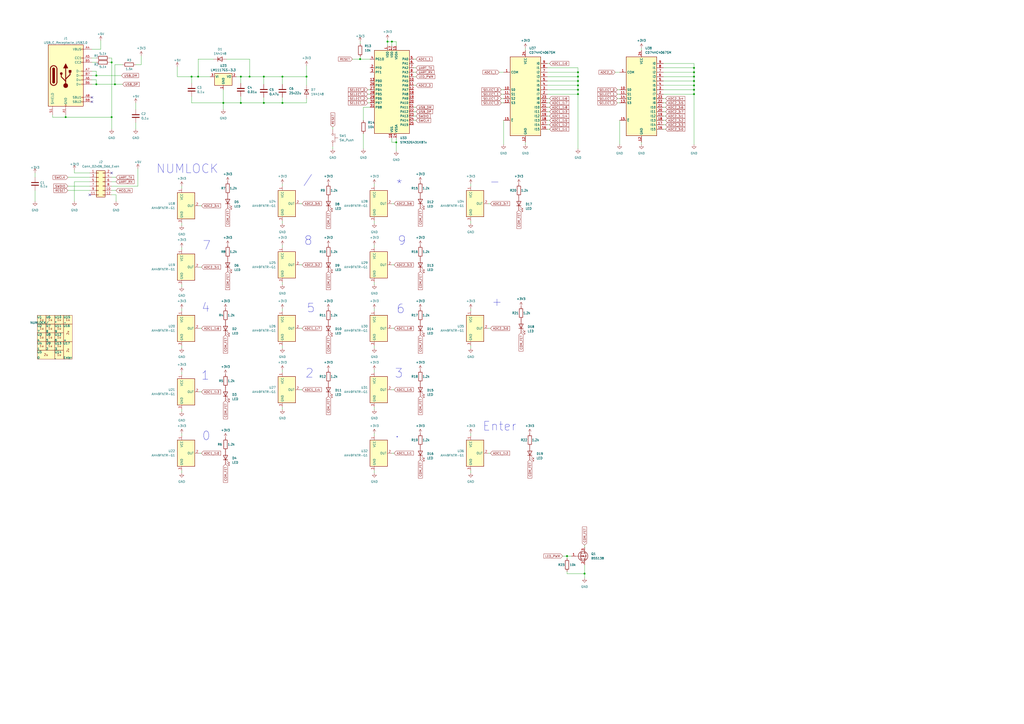
<source format=kicad_sch>
(kicad_sch (version 20250114) (generator "eeschema") (generator_version "9.0")
  (paper "A2")
  (text "0" (at 119.634 252.984 0) (effects (font (size 5.08 5.08))))
  (text "NUMLOCK" (at 108.712 98.044 0) (effects (font (size 5.08 5.08))))
  (text "6" (at 232.41 179.324 0) (effects (font (size 5.08 5.08))))
  (text "+" (at 288.29 175.26 0) (effects (font (size 5.08 5.08))))
  (text "5" (at 180.34 178.816 0) (effects (font (size 5.08 5.08))))
  (text "-" (at 287.02 105.41 0) (effects (font (size 5.08 5.08))))
  (text "3" (at 231.394 216.662 0) (effects (font (size 5.08 5.08))))
  (text "*" (at 231.648 106.934 0) (effects (font (size 5.08 5.08))))
  (text "Enter" (at 289.814 247.396 0) (effects (font (size 5.08 5.08))))
  (text "2" (at 179.578 216.662 0) (effects (font (size 5.08 5.08))))
  (text "8" (at 178.816 139.7 0) (effects (font (size 5.08 5.08))))
  (text "9" (at 233.172 139.7 0) (effects (font (size 5.08 5.08))))
  (text "7" (at 119.888 142.494 0) (effects (font (size 5.08 5.08))))
  (text "/" (at 178.562 104.394 0) (effects (font (size 5.08 5.08))))
  (text "." (at 230.378 251.46 0) (effects (font (size 5.08 5.08))))
  (text "4" (at 119.38 178.562 0) (effects (font (size 5.08 5.08))))
  (text "1" (at 119.126 217.932 0) (effects (font (size 5.08 5.08))))
  (junction (at 335.28 54.61))
  (junction (at 64.77 36.195))
  (junction (at 335.28 46.99))
  (junction (at 328.93 322.58))
  (junction (at 335.28 41.91))
  (junction (at 55.88 43.815))
  (junction (at 64.77 67.945))
  (junction (at 163.83 44.45))
  (junction (at 402.59 39.37))
  (junction (at 114.935 44.45))
  (junction (at 402.59 49.53))
  (junction (at 402.59 44.45))
  (junction (at 402.59 54.61))
  (junction (at 224.79 24.13))
  (junction (at 177.8 44.45))
  (junction (at 139.7 44.45))
  (junction (at 335.28 44.45))
  (junction (at 129.54 59.69))
  (junction (at 402.59 46.99))
  (junction (at 335.28 49.53))
  (junction (at 402.59 52.07))
  (junction (at 144.78 44.45))
  (junction (at 66.675 48.895))
  (junction (at 208.915 34.29))
  (junction (at 139.7 59.69))
  (junction (at 163.83 59.69))
  (junction (at 335.28 52.07))
  (junction (at 229.87 82.55))
  (junction (at 111.125 44.45))
  (junction (at 227.33 24.13))
  (junction (at 55.88 48.895))
  (junction (at 339.09 332.74))
  (junction (at 153.035 44.45))
  (junction (at 38.1 67.945))
  (junction (at 153.035 59.69))
  (junction (at 402.59 41.91))
  (no_connect (at 64.77 100.33))
  (no_connect (at 52.07 113.03))
  (no_connect (at 53.34 56.515))
  (no_connect (at 53.34 59.055))
  (wire (pts (xy 384.81 39.37) (xy 402.59 39.37)))
  (wire (pts (xy 402.59 44.45) (xy 402.59 46.99)))
  (wire (pts (xy 81.915 37.465) (xy 78.74 37.465)))
  (wire (pts (xy 318.77 74.93) (xy 317.5 74.93)))
  (wire (pts (xy 273.05 128.27) (xy 273.05 129.54)))
  (wire (pts (xy 326.39 322.58) (xy 328.93 322.58)))
  (wire (pts (xy 53.34 43.815) (xy 55.88 43.815)))
  (wire (pts (xy 175.26 118.11) (xy 173.99 118.11)))
  (wire (pts (xy 67.31 113.03) (xy 64.77 113.03)))
  (wire (pts (xy 358.14 54.61) (xy 359.41 54.61)))
  (wire (pts (xy 102.87 44.45) (xy 111.125 44.45)))
  (wire (pts (xy 217.17 106.68) (xy 217.17 107.95)))
  (wire (pts (xy 116.84 190.5) (xy 115.57 190.5)))
  (wire (pts (xy 384.81 36.83) (xy 402.59 36.83)))
  (wire (pts (xy 20.32 110.49) (xy 20.32 116.84)))
  (wire (pts (xy 129.54 63.5) (xy 129.54 59.69)))
  (wire (pts (xy 273.05 273.05) (xy 273.05 274.32)))
  (wire (pts (xy 284.48 190.5) (xy 283.21 190.5)))
  (wire (pts (xy 224.79 24.13) (xy 224.79 26.67)))
  (wire (pts (xy 372.11 83.82) (xy 372.11 82.55)))
  (wire (pts (xy 228.6 118.11) (xy 227.33 118.11)))
  (wire (pts (xy 55.88 43.815) (xy 70.485 43.815)))
  (wire (pts (xy 208.915 24.13) (xy 208.915 25.4)))
  (wire (pts (xy 335.28 46.99) (xy 335.28 49.53)))
  (wire (pts (xy 39.37 110.49) (xy 52.07 110.49)))
  (wire (pts (xy 177.8 57.15) (xy 177.8 59.69)))
  (wire (pts (xy 43.18 98.425) (xy 43.18 100.33)))
  (wire (pts (xy 177.8 44.45) (xy 177.8 49.53)))
  (wire (pts (xy 339.09 327.66) (xy 339.09 332.74)))
  (wire (pts (xy 241.3 64.77) (xy 240.03 64.77)))
  (wire (pts (xy 213.36 59.69) (xy 214.63 59.69)))
  (wire (pts (xy 318.77 36.83) (xy 317.5 36.83)))
  (wire (pts (xy 335.28 52.07) (xy 335.28 54.61)))
  (wire (pts (xy 116.84 227.33) (xy 115.57 227.33)))
  (wire (pts (xy 210.82 77.47) (xy 210.82 86.36)))
  (wire (pts (xy 217.17 128.27) (xy 217.17 129.54)))
  (wire (pts (xy 30.48 66.675) (xy 30.48 67.945)))
  (wire (pts (xy 328.93 332.74) (xy 339.09 332.74)))
  (wire (pts (xy 227.33 24.13) (xy 224.79 24.13)))
  (wire (pts (xy 116.84 119.38) (xy 115.57 119.38)))
  (wire (pts (xy 386.08 69.85) (xy 384.81 69.85)))
  (wire (pts (xy 284.48 262.89) (xy 283.21 262.89)))
  (wire (pts (xy 228.6 190.5) (xy 227.33 190.5)))
  (wire (pts (xy 66.675 48.895) (xy 71.12 48.895)))
  (wire (pts (xy 317.5 46.99) (xy 335.28 46.99)))
  (wire (pts (xy 304.8 83.82) (xy 304.8 82.55)))
  (wire (pts (xy 358.14 52.07) (xy 359.41 52.07)))
  (wire (pts (xy 175.26 226.06) (xy 173.99 226.06)))
  (wire (pts (xy 55.88 46.355) (xy 55.88 48.895)))
  (wire (pts (xy 318.77 62.23) (xy 317.5 62.23)))
  (wire (pts (xy 204.47 34.29) (xy 208.915 34.29)))
  (wire (pts (xy 105.41 273.05) (xy 105.41 274.32)))
  (wire (pts (xy 144.78 44.45) (xy 153.035 44.45)))
  (wire (pts (xy 273.05 251.46) (xy 273.05 252.73)))
  (wire (pts (xy 163.83 163.83) (xy 163.83 165.1)))
  (wire (pts (xy 386.08 59.69) (xy 384.81 59.69)))
  (wire (pts (xy 116.84 262.89) (xy 115.57 262.89)))
  (wire (pts (xy 105.41 143.51) (xy 105.41 144.78)))
  (wire (pts (xy 384.81 52.07) (xy 402.59 52.07)))
  (wire (pts (xy 43.18 100.33) (xy 52.07 100.33)))
  (wire (pts (xy 228.6 153.67) (xy 227.33 153.67)))
  (wire (pts (xy 317.5 49.53) (xy 335.28 49.53)))
  (wire (pts (xy 241.3 69.85) (xy 240.03 69.85)))
  (wire (pts (xy 64.77 102.87) (xy 67.31 102.87)))
  (wire (pts (xy 227.33 26.67) (xy 227.33 24.13)))
  (wire (pts (xy 64.77 36.195) (xy 64.77 67.945)))
  (wire (pts (xy 241.3 62.23) (xy 240.03 62.23)))
  (wire (pts (xy 217.17 214.63) (xy 217.17 215.9)))
  (wire (pts (xy 163.83 200.66) (xy 163.83 201.93)))
  (wire (pts (xy 213.36 57.15) (xy 214.63 57.15)))
  (wire (pts (xy 30.48 67.945) (xy 38.1 67.945)))
  (wire (pts (xy 335.28 44.45) (xy 335.28 46.99)))
  (wire (pts (xy 139.7 59.69) (xy 129.54 59.69)))
  (wire (pts (xy 58.42 28.575) (xy 58.42 23.495)))
  (wire (pts (xy 213.36 52.07) (xy 214.63 52.07)))
  (wire (pts (xy 241.3 34.29) (xy 240.03 34.29)))
  (wire (pts (xy 20.32 100.33) (xy 20.32 102.87)))
  (wire (pts (xy 241.3 41.91) (xy 240.03 41.91)))
  (wire (pts (xy 317.5 54.61) (xy 335.28 54.61)))
  (wire (pts (xy 402.59 39.37) (xy 402.59 41.91)))
  (wire (pts (xy 114.935 44.45) (xy 121.92 44.45)))
  (wire (pts (xy 241.3 67.31) (xy 240.03 67.31)))
  (wire (pts (xy 53.34 41.275) (xy 55.88 41.275)))
  (wire (pts (xy 63.5 36.195) (xy 64.77 36.195)))
  (wire (pts (xy 318.77 64.77) (xy 317.5 64.77)))
  (wire (pts (xy 177.8 59.69) (xy 163.83 59.69)))
  (wire (pts (xy 217.17 200.66) (xy 217.17 201.93)))
  (wire (pts (xy 318.77 72.39) (xy 317.5 72.39)))
  (wire (pts (xy 335.28 39.37) (xy 335.28 41.91)))
  (wire (pts (xy 402.59 52.07) (xy 402.59 54.61)))
  (wire (pts (xy 102.87 38.735) (xy 102.87 44.45)))
  (wire (pts (xy 217.17 179.07) (xy 217.17 180.34)))
  (wire (pts (xy 80.01 97.79) (xy 80.01 107.95)))
  (wire (pts (xy 139.7 55.88) (xy 139.7 59.69)))
  (wire (pts (xy 328.93 323.85) (xy 328.93 322.58)))
  (wire (pts (xy 163.83 56.515) (xy 163.83 59.69)))
  (wire (pts (xy 384.81 49.53) (xy 402.59 49.53)))
  (wire (pts (xy 229.87 87.63) (xy 229.87 82.55)))
  (wire (pts (xy 229.87 26.67) (xy 229.87 24.13)))
  (wire (pts (xy 386.08 67.31) (xy 384.81 67.31)))
  (wire (pts (xy 241.3 39.37) (xy 240.03 39.37)))
  (wire (pts (xy 111.125 59.69) (xy 129.54 59.69)))
  (wire (pts (xy 153.035 59.69) (xy 139.7 59.69)))
  (wire (pts (xy 358.14 57.15) (xy 359.41 57.15)))
  (wire (pts (xy 290.83 57.15) (xy 292.1 57.15)))
  (wire (pts (xy 402.59 41.91) (xy 402.59 44.45)))
  (wire (pts (xy 67.31 110.49) (xy 64.77 110.49)))
  (wire (pts (xy 175.26 153.67) (xy 173.99 153.67)))
  (wire (pts (xy 317.5 52.07) (xy 335.28 52.07)))
  (wire (pts (xy 163.83 236.22) (xy 163.83 237.49)))
  (wire (pts (xy 64.77 33.655) (xy 64.77 36.195)))
  (wire (pts (xy 304.8 27.94) (xy 304.8 29.21)))
  (wire (pts (xy 210.82 62.23) (xy 214.63 62.23)))
  (wire (pts (xy 193.04 73.66) (xy 193.04 74.93)))
  (wire (pts (xy 284.48 118.11) (xy 283.21 118.11)))
  (wire (pts (xy 227.33 80.01) (xy 227.33 82.55)))
  (wire (pts (xy 229.87 82.55) (xy 229.87 80.01)))
  (wire (pts (xy 358.14 59.69) (xy 359.41 59.69)))
  (wire (pts (xy 359.41 83.82) (xy 359.41 69.85)))
  (wire (pts (xy 111.125 44.45) (xy 114.935 44.45)))
  (wire (pts (xy 241.3 49.53) (xy 240.03 49.53)))
  (wire (pts (xy 335.28 49.53) (xy 335.28 52.07)))
  (wire (pts (xy 139.7 44.45) (xy 139.7 48.26)))
  (wire (pts (xy 328.93 322.58) (xy 331.47 322.58)))
  (wire (pts (xy 224.79 22.86) (xy 224.79 24.13)))
  (wire (pts (xy 402.59 54.61) (xy 402.59 83.82)))
  (wire (pts (xy 217.17 163.83) (xy 217.17 165.1)))
  (wire (pts (xy 123.825 34.29) (xy 114.935 34.29)))
  (wire (pts (xy 386.08 57.15) (xy 384.81 57.15)))
  (wire (pts (xy 163.83 59.69) (xy 153.035 59.69)))
  (wire (pts (xy 38.1 67.945) (xy 64.77 67.945)))
  (wire (pts (xy 384.81 54.61) (xy 402.59 54.61)))
  (wire (pts (xy 55.88 41.275) (xy 55.88 43.815)))
  (wire (pts (xy 39.37 102.87) (xy 52.07 102.87)))
  (wire (pts (xy 111.125 55.88) (xy 111.125 59.69)))
  (wire (pts (xy 217.17 236.22) (xy 217.17 237.49)))
  (wire (pts (xy 105.41 107.95) (xy 105.41 109.22)))
  (wire (pts (xy 177.8 38.1) (xy 177.8 44.45)))
  (wire (pts (xy 64.77 33.655) (xy 63.5 33.655)))
  (wire (pts (xy 64.77 107.95) (xy 80.01 107.95)))
  (wire (pts (xy 273.05 200.66) (xy 273.05 201.93)))
  (wire (pts (xy 43.18 105.41) (xy 43.18 116.84)))
  (wire (pts (xy 71.12 37.465) (xy 66.675 37.465)))
  (wire (pts (xy 210.82 62.23) (xy 210.82 69.85)))
  (wire (pts (xy 64.77 74.93) (xy 64.77 67.945)))
  (wire (pts (xy 129.54 52.07) (xy 129.54 59.69)))
  (wire (pts (xy 163.83 214.63) (xy 163.83 215.9)))
  (wire (pts (xy 339.09 316.23) (xy 339.09 317.5)))
  (wire (pts (xy 137.16 44.45) (xy 139.7 44.45)))
  (wire (pts (xy 241.3 44.45) (xy 240.03 44.45)))
  (wire (pts (xy 163.83 44.45) (xy 153.035 44.45)))
  (wire (pts (xy 228.6 226.06) (xy 227.33 226.06)))
  (wire (pts (xy 318.77 67.31) (xy 317.5 67.31)))
  (wire (pts (xy 111.125 48.26) (xy 111.125 44.45)))
  (wire (pts (xy 386.08 72.39) (xy 384.81 72.39)))
  (wire (pts (xy 55.88 36.195) (xy 53.34 36.195)))
  (wire (pts (xy 386.08 74.93) (xy 384.81 74.93)))
  (wire (pts (xy 53.34 46.355) (xy 55.88 46.355)))
  (wire (pts (xy 384.81 41.91) (xy 402.59 41.91)))
  (wire (pts (xy 228.6 262.89) (xy 227.33 262.89)))
  (wire (pts (xy 78.74 59.69) (xy 78.74 63.5)))
  (wire (pts (xy 39.37 107.95) (xy 52.07 107.95)))
  (wire (pts (xy 208.915 34.29) (xy 214.63 34.29)))
  (wire (pts (xy 217.17 251.46) (xy 217.17 252.73)))
  (wire (pts (xy 289.56 41.91) (xy 292.1 41.91)))
  (wire (pts (xy 67.31 116.84) (xy 67.31 113.03)))
  (wire (pts (xy 53.34 48.895) (xy 55.88 48.895)))
  (wire (pts (xy 290.83 59.69) (xy 292.1 59.69)))
  (wire (pts (xy 105.41 129.54) (xy 105.41 130.81)))
  (wire (pts (xy 66.675 37.465) (xy 66.675 48.895)))
  (wire (pts (xy 163.83 179.07) (xy 163.83 180.34)))
  (wire (pts (xy 105.41 200.66) (xy 105.41 201.93)))
  (wire (pts (xy 177.8 44.45) (xy 163.83 44.45)))
  (wire (pts (xy 105.41 165.1) (xy 105.41 166.37)))
  (wire (pts (xy 105.41 179.07) (xy 105.41 180.34)))
  (wire (pts (xy 227.33 82.55) (xy 229.87 82.55)))
  (wire (pts (xy 81.915 32.385) (xy 81.915 37.465)))
  (wire (pts (xy 193.04 85.09) (xy 193.04 86.36)))
  (wire (pts (xy 105.41 215.9) (xy 105.41 217.17)))
  (wire (pts (xy 78.74 74.93) (xy 78.74 71.12)))
  (wire (pts (xy 273.05 106.68) (xy 273.05 107.95)))
  (wire (pts (xy 175.26 190.5) (xy 173.99 190.5)))
  (wire (pts (xy 402.59 36.83) (xy 402.59 39.37)))
  (wire (pts (xy 139.7 44.45) (xy 144.78 44.45)))
  (wire (pts (xy 273.05 179.07) (xy 273.05 180.34)))
  (wire (pts (xy 339.09 332.74) (xy 339.09 335.28)))
  (wire (pts (xy 217.17 142.24) (xy 217.17 143.51)))
  (wire (pts (xy 402.59 46.99) (xy 402.59 49.53)))
  (wire (pts (xy 114.935 34.29) (xy 114.935 44.45)))
  (wire (pts (xy 386.08 64.77) (xy 384.81 64.77)))
  (wire (pts (xy 335.28 41.91) (xy 335.28 44.45)))
  (wire (pts (xy 335.28 54.61) (xy 335.28 86.36)))
  (wire (pts (xy 328.93 332.74) (xy 328.93 331.47)))
  (wire (pts (xy 292.1 83.82) (xy 292.1 69.85)))
  (wire (pts (xy 53.34 28.575) (xy 58.42 28.575)))
  (wire (pts (xy 229.87 24.13) (xy 227.33 24.13)))
  (wire (pts (xy 38.1 66.675) (xy 38.1 67.945)))
  (wire (pts (xy 116.84 154.94) (xy 115.57 154.94)))
  (wire (pts (xy 356.87 41.91) (xy 359.41 41.91)))
  (wire (pts (xy 384.81 46.99) (xy 402.59 46.99)))
  (wire (pts (xy 317.5 39.37) (xy 335.28 39.37)))
  (wire (pts (xy 290.83 54.61) (xy 292.1 54.61)))
  (wire (pts (xy 163.83 106.68) (xy 163.83 107.95)))
  (wire (pts (xy 105.41 251.46) (xy 105.41 252.73)))
  (wire (pts (xy 55.88 48.895) (xy 66.675 48.895)))
  (wire (pts (xy 55.88 33.655) (xy 53.34 33.655)))
  (wire (pts (xy 163.83 142.24) (xy 163.83 143.51)))
  (wire (pts (xy 208.915 33.02) (xy 208.915 34.29)))
  (wire (pts (xy 153.035 44.45) (xy 153.035 48.895)))
  (wire (pts (xy 386.08 62.23) (xy 384.81 62.23)))
  (wire (pts (xy 213.36 54.61) (xy 214.63 54.61)))
  (wire (pts (xy 64.77 105.41) (xy 67.31 105.41)))
  (wire (pts (xy 163.83 128.27) (xy 163.83 129.54)))
  (wire (pts (xy 43.18 105.41) (xy 52.07 105.41)))
  (wire (pts (xy 105.41 237.49) (xy 105.41 238.76)))
  (wire (pts (xy 317.5 41.91) (xy 335.28 41.91)))
  (wire (pts (xy 402.59 49.53) (xy 402.59 52.07)))
  (wire (pts (xy 318.77 59.69) (xy 317.5 59.69)))
  (wire (pts (xy 131.445 34.29) (xy 144.78 34.29)))
  (wire (pts (xy 217.17 273.05) (xy 217.17 274.32)))
  (wire (pts (xy 153.035 56.515) (xy 153.035 59.69)))
  (wire (pts (xy 290.83 52.07) (xy 292.1 52.07)))
  (wire (pts (xy 384.81 44.45) (xy 402.59 44.45)))
  (wire (pts (xy 144.78 34.29) (xy 144.78 44.45)))
  (wire (pts (xy 372.11 27.94) (xy 372.11 29.21)))
  (wire (pts (xy 318.77 57.15) (xy 317.5 57.15)))
  (wire (pts (xy 317.5 44.45) (xy 335.28 44.45)))
  (wire (pts (xy 163.83 48.895) (xy 163.83 44.45)))
  (wire (pts (xy 318.77 69.85) (xy 317.5 69.85)))
  (global_label "COM_FET" (shape input) (at 243.84 266.7 270) (property "Intersheetrefs" "${INTERSHEET_REFS}" (effects (hide yes))))
  (global_label "SELECT_1" (shape input) (at 290.83 54.61 180) (property "Intersheetrefs" "${INTERSHEET_REFS}" (effects (hide yes))))
  (global_label "SWCLK" (shape input) (at 241.3 69.85 0) (property "Intersheetrefs" "${INTERSHEET_REFS}" (effects (hide yes))))
  (global_label "COM_FET" (shape input) (at 190.5 194.31 270) (property "Intersheetrefs" "${INTERSHEET_REFS}" (effects (hide yes))))
  (global_label "ADC2_3:6" (shape input) (at 386.08 62.23 0) (property "Intersheetrefs" "${INTERSHEET_REFS}" (effects (hide yes))))
  (global_label "USB_DP" (shape input) (at 241.3 64.77 0) (property "Intersheetrefs" "${INTERSHEET_REFS}" (effects (hide yes))))
  (global_label "COM_FET" (shape input) (at 190.5 121.92 270) (property "Intersheetrefs" "${INTERSHEET_REFS}" (effects (hide yes))))
  (global_label "ADC1_1:8" (shape input) (at 318.77 62.23 0) (property "Intersheetrefs" "${INTERSHEET_REFS}" (effects (hide yes))))
  (global_label "ADC1_1:0" (shape input) (at 318.77 36.83 0) (property "Intersheetrefs" "${INTERSHEET_REFS}" (effects (hide yes))))
  (global_label "COM_FET" (shape input) (at 307.34 266.7 270) (property "Intersheetrefs" "${INTERSHEET_REFS}" (effects (hide yes))))
  (global_label "SELECT_0" (shape input) (at 358.14 52.07 180) (property "Intersheetrefs" "${INTERSHEET_REFS}" (effects (hide yes))))
  (global_label "SELECT_0" (shape input) (at 290.83 52.07 180) (property "Intersheetrefs" "${INTERSHEET_REFS}" (effects (hide yes))))
  (global_label "ADC1_1:2" (shape input) (at 318.77 72.39 0) (property "Intersheetrefs" "${INTERSHEET_REFS}" (effects (hide yes))))
  (global_label "LED_PWM" (shape input) (at 241.3 44.45 0) (property "Intersheetrefs" "${INTERSHEET_REFS}" (effects (hide yes))))
  (global_label "COM_FET" (shape input) (at 302.26 193.04 270) (property "Intersheetrefs" "${INTERSHEET_REFS}" (effects (hide yes))))
  (global_label "ADC2_3:4" (shape input) (at 116.84 119.38 0) (property "Intersheetrefs" "${INTERSHEET_REFS}" (effects (hide yes))))
  (global_label "ADC1_1:4" (shape input) (at 175.26 226.06 0) (property "Intersheetrefs" "${INTERSHEET_REFS}" (effects (hide yes))))
  (global_label "ADC2_3:4" (shape input) (at 386.08 57.15 0) (property "Intersheetrefs" "${INTERSHEET_REFS}" (effects (hide yes))))
  (global_label "ADC2_3:6" (shape input) (at 228.6 118.11 0) (property "Intersheetrefs" "${INTERSHEET_REFS}" (effects (hide yes))))
  (global_label "SWCLK" (shape input) (at 39.37 102.87 180) (property "Intersheetrefs" "${INTERSHEET_REFS}" (effects (hide yes))))
  (global_label "COM_FET" (shape input) (at 190.5 229.87 270) (property "Intersheetrefs" "${INTERSHEET_REFS}" (effects (hide yes))))
  (global_label "ADC1_1:2" (shape input) (at 284.48 262.89 0) (property "Intersheetrefs" "${INTERSHEET_REFS}" (effects (hide yes))))
  (global_label "ADC2_3:0" (shape input) (at 284.48 190.5 0) (property "Intersheetrefs" "${INTERSHEET_REFS}" (effects (hide yes))))
  (global_label "COM_FET" (shape input) (at 339.09 316.23 90) (property "Intersheetrefs" "${INTERSHEET_REFS}" (effects (hide yes))))
  (global_label "ADC1_1:1" (shape input) (at 228.6 262.89 0) (property "Intersheetrefs" "${INTERSHEET_REFS}" (effects (hide yes))))
  (global_label "RESET" (shape input) (at 39.37 110.49 180) (property "Intersheetrefs" "${INTERSHEET_REFS}" (effects (hide yes))))
  (global_label "SELECT_0" (shape input) (at 213.36 52.07 180) (property "Intersheetrefs" "${INTERSHEET_REFS}" (effects (hide yes))))
  (global_label "ADC2_3" (shape input) (at 241.3 49.53 0) (property "Intersheetrefs" "${INTERSHEET_REFS}" (effects (hide yes))))
  (global_label "SELECT_3" (shape input) (at 290.83 59.69 180) (property "Intersheetrefs" "${INTERSHEET_REFS}" (effects (hide yes))))
  (global_label "ADC1_1:3" (shape input) (at 318.77 64.77 0) (property "Intersheetrefs" "${INTERSHEET_REFS}" (effects (hide yes))))
  (global_label "ADC2_3" (shape input) (at 356.87 41.91 180) (property "Intersheetrefs" "${INTERSHEET_REFS}" (effects (hide yes))))
  (global_label "UART_RX" (shape input) (at 67.31 105.41 0) (property "Intersheetrefs" "${INTERSHEET_REFS}" (effects (hide yes))))
  (global_label "ADC1_1:6" (shape input) (at 318.77 57.15 0) (property "Intersheetrefs" "${INTERSHEET_REFS}" (effects (hide yes))))
  (global_label "ADC2_3:7" (shape input) (at 386.08 64.77 0) (property "Intersheetrefs" "${INTERSHEET_REFS}" (effects (hide yes))))
  (global_label "SELECT_3" (shape input) (at 213.36 59.69 180) (property "Intersheetrefs" "${INTERSHEET_REFS}" (effects (hide yes))))
  (global_label "COM_FET" (shape input) (at 130.81 194.31 270) (property "Intersheetrefs" "${INTERSHEET_REFS}" (effects (hide yes))))
  (global_label "USB_DP" (shape input) (at 71.12 48.895 0) (property "Intersheetrefs" "${INTERSHEET_REFS}" (effects (hide yes))))
  (global_label "ADC1_1:7" (shape input) (at 318.77 59.69 0) (property "Intersheetrefs" "${INTERSHEET_REFS}" (effects (hide yes))))
  (global_label "SWDIO" (shape input) (at 39.37 107.95 180) (property "Intersheetrefs" "${INTERSHEET_REFS}" (effects (hide yes))))
  (global_label "COM_FET" (shape input) (at 132.08 120.65 270) (property "Intersheetrefs" "${INTERSHEET_REFS}" (effects (hide yes))))
  (global_label "SELECT_3" (shape input) (at 358.14 59.69 180) (property "Intersheetrefs" "${INTERSHEET_REFS}" (effects (hide yes))))
  (global_label "ADC1_1:3" (shape input) (at 116.84 227.33 0) (property "Intersheetrefs" "${INTERSHEET_REFS}" (effects (hide yes))))
  (global_label "ADC2_3:1" (shape input) (at 116.84 154.94 0) (property "Intersheetrefs" "${INTERSHEET_REFS}" (effects (hide yes))))
  (global_label "SELECT_1" (shape input) (at 213.36 54.61 180) (property "Intersheetrefs" "${INTERSHEET_REFS}" (effects (hide yes))))
  (global_label "ADC1_1:5" (shape input) (at 228.6 226.06 0) (property "Intersheetrefs" "${INTERSHEET_REFS}" (effects (hide yes))))
  (global_label "ADC2_3:5" (shape input) (at 175.26 118.11 0) (property "Intersheetrefs" "${INTERSHEET_REFS}" (effects (hide yes))))
  (global_label "UART_TX" (shape input) (at 241.3 39.37 0) (property "Intersheetrefs" "${INTERSHEET_REFS}" (effects (hide yes))))
  (global_label "ADC2_3:3" (shape input) (at 228.6 153.67 0) (property "Intersheetrefs" "${INTERSHEET_REFS}" (effects (hide yes))))
  (global_label "ADC1_1:5" (shape input) (at 318.77 69.85 0) (property "Intersheetrefs" "${INTERSHEET_REFS}" (effects (hide yes))))
  (global_label "SWDIO" (shape input) (at 241.3 67.31 0) (property "Intersheetrefs" "${INTERSHEET_REFS}" (effects (hide yes))))
  (global_label "ADC2_3:3" (shape input) (at 386.08 72.39 0) (property "Intersheetrefs" "${INTERSHEET_REFS}" (effects (hide yes))))
  (global_label "ADC1_1:0" (shape input) (at 116.84 262.89 0) (property "Intersheetrefs" "${INTERSHEET_REFS}" (effects (hide yes))))
  (global_label "USB_DM" (shape input) (at 70.485 43.815 0) (property "Intersheetrefs" "${INTERSHEET_REFS}" (effects (hide yes))))
  (global_label "ADC2_3:2" (shape input) (at 386.08 69.85 0) (property "Intersheetrefs" "${INTERSHEET_REFS}" (effects (hide yes))))
  (global_label "ADC1_1:8" (shape input) (at 228.6 190.5 0) (property "Intersheetrefs" "${INTERSHEET_REFS}" (effects (hide yes))))
  (global_label "COM_FET" (shape input) (at 243.84 229.87 270) (property "Intersheetrefs" "${INTERSHEET_REFS}" (effects (hide yes))))
  (global_label "ADC1_1:6" (shape input) (at 116.84 190.5 0) (property "Intersheetrefs" "${INTERSHEET_REFS}" (effects (hide yes))))
  (global_label "ADC2_3:5" (shape input) (at 386.08 59.69 0) (property "Intersheetrefs" "${INTERSHEET_REFS}" (effects (hide yes))))
  (global_label "UART_RX" (shape input) (at 241.3 41.91 0) (property "Intersheetrefs" "${INTERSHEET_REFS}" (effects (hide yes))))
  (global_label "COM_FET" (shape input) (at 130.81 269.24 270) (property "Intersheetrefs" "${INTERSHEET_REFS}" (effects (hide yes))))
  (global_label "ADC1_1:4" (shape input) (at 318.77 67.31 0) (property "Intersheetrefs" "${INTERSHEET_REFS}" (effects (hide yes))))
  (global_label "MCO_IN" (shape input) (at 67.31 110.49 0) (property "Intersheetrefs" "${INTERSHEET_REFS}" (effects (hide yes))))
  (global_label "ADC2_3:2" (shape input) (at 175.26 153.67 0) (property "Intersheetrefs" "${INTERSHEET_REFS}" (effects (hide yes))))
  (global_label "ADC1_1" (shape input) (at 241.3 34.29 0) (property "Intersheetrefs" "${INTERSHEET_REFS}" (effects (hide yes))))
  (global_label "SELECT_2" (shape input) (at 290.83 57.15 180) (property "Intersheetrefs" "${INTERSHEET_REFS}" (effects (hide yes))))
  (global_label "RESET" (shape input) (at 204.47 34.29 180) (property "Intersheetrefs" "${INTERSHEET_REFS}" (effects (hide yes))))
  (global_label "USB_DM" (shape input) (at 241.3 62.23 0) (property "Intersheetrefs" "${INTERSHEET_REFS}" (effects (hide yes))))
  (global_label "ADC2_3:0" (shape input) (at 386.08 74.93 0) (property "Intersheetrefs" "${INTERSHEET_REFS}" (effects (hide yes))))
  (global_label "SELECT_1" (shape input) (at 358.14 54.61 180) (property "Intersheetrefs" "${INTERSHEET_REFS}" (effects (hide yes))))
  (global_label "UART_TX" (shape input) (at 67.31 102.87 0) (property "Intersheetrefs" "${INTERSHEET_REFS}" (effects (hide yes))))
  (global_label "COM_FET" (shape input) (at 243.84 157.48 270) (property "Intersheetrefs" "${INTERSHEET_REFS}" (effects (hide yes))))
  (global_label "SELECT_2" (shape input) (at 213.36 57.15 180) (property "Intersheetrefs" "${INTERSHEET_REFS}" (effects (hide yes))))
  (global_label "LED_PWM" (shape input) (at 326.39 322.58 180) (property "Intersheetrefs" "${INTERSHEET_REFS}" (effects (hide yes))))
  (global_label "COM_FET" (shape input) (at 243.84 120.65 270) (property "Intersheetrefs" "${INTERSHEET_REFS}" (effects (hide yes))))
  (global_label "ADC1_1:1" (shape input) (at 318.77 74.93 0) (property "Intersheetrefs" "${INTERSHEET_REFS}" (effects (hide yes))))
  (global_label "COM_FET" (shape input) (at 300.99 121.92 270) (property "Intersheetrefs" "${INTERSHEET_REFS}" (effects (hide yes))))
  (global_label "RESET" (shape input) (at 193.04 73.66 90) (property "Intersheetrefs" "${INTERSHEET_REFS}" (effects (hide yes))))
  (global_label "SELECT_2" (shape input) (at 358.14 57.15 180) (property "Intersheetrefs" "${INTERSHEET_REFS}" (effects (hide yes))))
  (global_label "ADC1_1:7" (shape input) (at 175.26 190.5 0) (property "Intersheetrefs" "${INTERSHEET_REFS}" (effects (hide yes))))
  (global_label "COM_FET" (shape input) (at 130.81 232.41 270) (property "Intersheetrefs" "${INTERSHEET_REFS}" (effects (hide yes))))
  (global_label "COM_FET" (shape input) (at 190.5 157.48 270) (property "Intersheetrefs" "${INTERSHEET_REFS}" (effects (hide yes))))
  (global_label "ADC1_1" (shape input) (at 289.56 41.91 180) (property "Intersheetrefs" "${INTERSHEET_REFS}" (effects (hide yes))))
  (global_label "COM_FET" (shape input) (at 243.84 194.31 270) (property "Intersheetrefs" "${INTERSHEET_REFS}" (effects (hide yes))))
  (global_label "ADC2_3:1" (shape input) (at 386.08 67.31 0) (property "Intersheetrefs" "${INTERSHEET_REFS}" (effects (hide yes))))
  (global_label "COM_FET" (shape input) (at 132.08 157.48 270) (property "Intersheetrefs" "${INTERSHEET_REFS}" (effects (hide yes))))
  (global_label "ADC2_3:7" (shape input) (at 284.48 118.11 0) (property "Intersheetrefs" "${INTERSHEET_REFS}" (effects (hide yes))))
  (symbol (lib_id "MyLib:Keyboard_2u") (at 39.37 193.04 90) (unit 1)
    (property "Reference" "U16" (at 40.64 188.976 90) (effects (justify left)))
    (property "Value" "+" (at 38.608 197.358 90) (effects (justify left)))
    (property "Footprint" "MyLib:KS-20_2u" (effects (hide yes)))
  )
  (symbol (lib_id "Device:LED") (at 190.5 153.67 90) (unit 1)
    (property "Reference" "D9" (at 194.31 153.9874 90) (effects (justify right)))
    (property "Value" "LED" (at 194.31 156.5274 90) (effects (justify right)))
    (property "Footprint" "LED_SMD:LED_0603_1608Metric_Pad1.05x0.95mm_HandSolder" (effects (hide yes)))
    (property "Description" "Light emitting diode" (effects (hide yes)))
    (property "Sim.Pins" "1=K 2=A" (effects (hide yes)))
  )
  (symbol (lib_id "Device:C") (at 153.035 52.705 0) (unit 1)
    (property "Reference" "C5" (at 156.21 52.07 0) (effects (justify left)))
    (property "Value" "0.47u" (at 156.21 54.61 0) (effects (justify left)))
    (property "Footprint" "Capacitor_SMD:C_0603_1608Metric_Pad1.08x0.95mm_HandSolder" (effects (hide yes)))
  )
  (symbol (lib_id "Sensor_Magnetic:DRV5055A3xDBZxQ1") (at 275.59 262.89 0) (unit 1)
    (property "Reference" "U36" (at 269.24 261.6199 0) (effects (justify right)))
    (property "Value" "AH49FNTR-G1" (at 269.24 264.1599 0) (effects (justify right)))
    (property "Footprint" "Package_TO_SOT_SMD:SOT-23" (effects (hide yes)))
    (property "Datasheet" "https://www.ti.com/lit/ds/symlink/drv5055-q1.pdf" (effects (hide yes)))
    (property "Description" "25 mV/mT,±85-mT, 20-kHz, 3.3/5V, SOT-23" (effects (hide yes)))
  )
  (symbol (lib_id "Device:LED") (at 307.34 262.89 90) (unit 1)
    (property "Reference" "D19" (at 311.15 263.2074 90) (effects (justify right)))
    (property "Value" "LED" (at 311.15 265.7474 90) (effects (justify right)))
    (property "Footprint" "LED_SMD:LED_0603_1608Metric_Pad1.05x0.95mm_HandSolder" (effects (hide yes)))
    (property "Description" "Light emitting diode" (effects (hide yes)))
    (property "Sim.Pins" "1=K 2=A" (effects (hide yes)))
  )
  (symbol (lib_id "power:+3V3") (at 273.05 179.07 0) (unit 1)
    (property "Reference" "#PWR065" (effects (hide yes)))
    (property "Value" "+3V3" (at 273.05 174.625 0))
  )
  (symbol (lib_id "power:+5V") (at 78.74 59.69 0) (unit 1)
    (property "Reference" "#PWR08" (effects (hide yes)))
    (property "Value" "+5V" (at 78.74 55.88 0))
  )
  (symbol (lib_id "Sensor_Magnetic:DRV5055A3xDBZxQ1") (at 107.95 227.33 0) (unit 1)
    (property "Reference" "U21" (at 101.6 226.0599 0) (effects (justify right)))
    (property "Value" "AH49FNTR-G1" (at 101.6 228.5999 0) (effects (justify right)))
    (property "Footprint" "Package_TO_SOT_SMD:SOT-23" (effects (hide yes)))
    (property "Datasheet" "https://www.ti.com/lit/ds/symlink/drv5055-q1.pdf" (effects (hide yes)))
    (property "Description" "25 mV/mT,±85-mT, 20-kHz, 3.3/5V, SOT-23" (effects (hide yes)))
  )
  (symbol (lib_id "74xx:CD74HC4067SM") (at 304.8 54.61 0) (unit 1)
    (property "Reference" "U37" (at 306.9433 27.94 0) (effects (justify left)))
    (property "Value" "CD74HC4067SM" (at 306.9433 30.48 0) (effects (justify left)))
    (property "Footprint" "Package_SO:SSOP-24_5.3x8.2mm_P0.65mm" (effects (hide yes)))
    (property "Datasheet" "http://www.ti.com/lit/ds/symlink/cd74hc4067.pdf" (effects (hide yes)))
    (property "Description" "High-Speed CMOS Logic 16-Channel Analog Multiplexer/Demultiplexer, SSOP-24" (effects (hide yes)))
  )
  (symbol (lib_id "power:+3V3") (at 81.915 32.385 0) (unit 1)
    (property "Reference" "#PWR011" (effects (hide yes)))
    (property "Value" "+3V3" (at 81.915 27.94 0))
  )
  (symbol (lib_id "Device:R") (at 208.915 29.21 180) (unit 1)
    (property "Reference" "R13" (at 211.455 26.67 0) (effects (justify right)))
    (property "Value" "10k" (at 211.455 29.21 0) (effects (justify right)))
    (property "Footprint" "Resistor_SMD:R_0603_1608Metric_Pad0.98x0.95mm_HandSolder" (effects (hide yes)))
  )
  (symbol (lib_id "Device:C") (at 78.74 67.31 0) (unit 1)
    (property "Reference" "C2" (at 81.915 66.04 0) (effects (justify left)))
    (property "Value" "0.1u" (at 81.915 68.58 0) (effects (justify left)))
    (property "Footprint" "Capacitor_SMD:C_0603_1608Metric_Pad1.08x0.95mm_HandSolder" (effects (hide yes)))
  )
  (symbol (lib_id "Sensor_Magnetic:DRV5055A3xDBZxQ1") (at 166.37 226.06 0) (unit 1)
    (property "Reference" "U27" (at 160.02 224.7899 0) (effects (justify right)))
    (property "Value" "AH49FNTR-G1" (at 160.02 227.3299 0) (effects (justify right)))
    (property "Footprint" "Package_TO_SOT_SMD:SOT-23" (effects (hide yes)))
    (property "Datasheet" "https://www.ti.com/lit/ds/symlink/drv5055-q1.pdf" (effects (hide yes)))
    (property "Description" "25 mV/mT,±85-mT, 20-kHz, 3.3/5V, SOT-23" (effects (hide yes)))
  )
  (symbol (lib_id "Device:R") (at 210.82 73.66 180) (unit 1)
    (property "Reference" "R14" (at 213.36 71.12 0) (effects (justify right)))
    (property "Value" "10k" (at 213.36 73.66 0) (effects (justify right)))
    (property "Footprint" "Resistor_SMD:R_0603_1608Metric_Pad0.98x0.95mm_HandSolder" (effects (hide yes)))
  )
  (symbol (lib_id "MyLib:Keyboard_1u") (at 34.29 190.5 0) (unit 1)
    (property "Reference" "U11" (at 31.75 188.976 0) (effects (justify left)))
    (property "Value" "9" (at 31.75 192.278 0) (effects (justify left)))
    (property "Footprint" "MyLib:KS-20_1u" (effects (hide yes)))
  )
  (symbol (lib_id "power:GND") (at 163.83 129.54 0) (unit 1)
    (property "Reference" "#PWR030" (effects (hide yes)))
    (property "Value" "GND" (at 163.83 134.62 0))
  )
  (symbol (lib_id "MyLib:Keyboard_1u") (at 24.13 190.5 0) (unit 1)
    (property "Reference" "U2" (at 21.59 188.976 0) (effects (justify left)))
    (property "Value" "7" (at 21.59 192.278 0) (effects (justify left)))
    (property "Footprint" "MyLib:KS-20_1u" (effects (hide yes)))
  )
  (symbol (lib_id "power:GND") (at 304.8 83.82 0) (unit 1)
    (property "Reference" "#PWR073" (effects (hide yes)))
    (property "Value" "GND" (at 304.8 88.9 0))
  )
  (symbol (lib_id "power:+3V3") (at 208.915 24.13 0) (unit 1)
    (property "Reference" "#PWR043" (effects (hide yes)))
    (property "Value" "+3V3" (at 208.915 20.955 0))
  )
  (symbol (lib_id "Device:R") (at 307.34 255.27 180) (unit 1)
    (property "Reference" "R22" (at 304.038 255.27 0))
    (property "Value" "1.2k" (at 310.642 255.27 0))
    (property "Footprint" "Resistor_SMD:R_0603_1608Metric_Pad0.98x0.95mm_HandSolder" (effects (hide yes)))
  )
  (symbol (lib_id "Sensor_Magnetic:DRV5055A3xDBZxQ1") (at 107.95 262.89 0) (unit 1)
    (property "Reference" "U22" (at 101.6 261.6199 0) (effects (justify right)))
    (property "Value" "AH49FNTR-G1" (at 101.6 264.1599 0) (effects (justify right)))
    (property "Footprint" "Package_TO_SOT_SMD:SOT-23" (effects (hide yes)))
    (property "Datasheet" "https://www.ti.com/lit/ds/symlink/drv5055-q1.pdf" (effects (hide yes)))
    (property "Description" "25 mV/mT,±85-mT, 20-kHz, 3.3/5V, SOT-23" (effects (hide yes)))
  )
  (symbol (lib_id "MyLib:Keyboard_1u") (at 34.29 185.42 0) (unit 1)
    (property "Reference" "U10" (at 31.75 183.896 0) (effects (justify left)))
    (property "Value" "*" (at 31.75 187.198 0) (effects (justify left)))
    (property "Footprint" "MyLib:KS-20_1u" (effects (hide yes)))
  )
  (symbol (lib_id "power:+3V3") (at 105.41 107.95 0) (unit 1)
    (property "Reference" "#PWR013" (effects (hide yes)))
    (property "Value" "+3V3" (at 105.41 103.505 0))
  )
  (symbol (lib_id "power:+3V3") (at 302.26 177.8 0) (unit 1)
    (property "Reference" "#PWR071" (effects (hide yes)))
    (property "Value" "+3V3" (at 302.26 173.355 0))
  )
  (symbol (lib_id "Device:R") (at 243.84 218.44 180) (unit 1)
    (property "Reference" "R18" (at 240.538 218.44 0))
    (property "Value" "1.2k" (at 247.142 218.44 0))
    (property "Footprint" "Resistor_SMD:R_0603_1608Metric_Pad0.98x0.95mm_HandSolder" (effects (hide yes)))
  )
  (symbol (lib_id "power:GND") (at 335.28 86.36 0) (unit 1)
    (property "Reference" "#PWR075" (effects (hide yes)))
    (property "Value" "GND" (at 335.28 91.44 0))
  )
  (symbol (lib_id "power:GND") (at 105.41 201.93 0) (unit 1)
    (property "Reference" "#PWR018" (effects (hide yes)))
    (property "Value" "GND" (at 105.41 207.01 0))
  )
  (symbol (lib_id "74xx:CD74HC4067SM") (at 372.11 54.61 0) (unit 1)
    (property "Reference" "U38" (at 374.2533 27.94 0) (effects (justify left)))
    (property "Value" "CD74HC4067SM" (at 374.2533 30.48 0) (effects (justify left)))
    (property "Footprint" "Package_SO:SSOP-24_5.3x8.2mm_P0.65mm" (effects (hide yes)))
    (property "Datasheet" "http://www.ti.com/lit/ds/symlink/cd74hc4067.pdf" (effects (hide yes)))
    (property "Description" "High-Speed CMOS Logic 16-Channel Analog Multiplexer/Demultiplexer, SSOP-24" (effects (hide yes)))
  )
  (symbol (lib_id "power:+3V3") (at 243.84 105.41 0) (unit 1)
    (property "Reference" "#PWR058" (effects (hide yes)))
    (property "Value" "+3V3" (at 243.84 100.965 0))
  )
  (symbol (lib_id "Sensor_Magnetic:DRV5055A3xDBZxQ1") (at 166.37 118.11 0) (unit 1)
    (property "Reference" "U24" (at 160.02 116.8399 0) (effects (justify right)))
    (property "Value" "AH49FNTR-G1" (at 160.02 119.3799 0) (effects (justify right)))
    (property "Footprint" "Package_TO_SOT_SMD:SOT-23" (effects (hide yes)))
    (property "Datasheet" "https://www.ti.com/lit/ds/symlink/drv5055-q1.pdf" (effects (hide yes)))
    (property "Description" "25 mV/mT,±85-mT, 20-kHz, 3.3/5V, SOT-23" (effects (hide yes)))
  )
  (symbol (lib_id "power:GND") (at 210.82 86.36 0) (unit 1)
    (property "Reference" "#PWR044" (effects (hide yes)))
    (property "Value" "GND" (at 210.82 91.44 0))
  )
  (symbol (lib_id "power:+3V3") (at 273.05 251.46 0) (unit 1)
    (property "Reference" "#PWR067" (effects (hide yes)))
    (property "Value" "+3V3" (at 273.05 247.015 0))
  )
  (symbol (lib_id "Device:R") (at 302.26 181.61 180) (unit 1)
    (property "Reference" "R21" (at 298.958 181.61 0))
    (property "Value" "1.2k" (at 305.562 181.61 0))
    (property "Footprint" "Resistor_SMD:R_0603_1608Metric_Pad0.98x0.95mm_HandSolder" (effects (hide yes)))
  )
  (symbol (lib_id "power:+3V3") (at 163.83 179.07 0) (unit 1)
    (property "Reference" "#PWR033" (effects (hide yes)))
    (property "Value" "+3V3" (at 163.83 174.625 0))
  )
  (symbol (lib_id "Connector:USB_C_Receptacle_USB2.0") (at 38.1 43.815 0) (unit 1)
    (property "Reference" "J1" (at 38.1 22.225 0))
    (property "Value" "USB_C_Receptacle_USB2.0" (at 38.1 24.765 0))
    (property "Footprint" "MyLib:USB_C_Receptacle_HRO_TYPE-C-31-M-12" (effects (hide yes)))
    (property "Datasheet" "https://www.usb.org/sites/default/files/documents/usb_type-c.zip" (effects (hide yes)))
  )
  (symbol (lib_id "power:GND") (at 193.04 86.36 0) (unit 1)
    (property "Reference" "#PWR042" (effects (hide yes)))
    (property "Value" "GND" (at 193.04 91.44 0))
  )
  (symbol (lib_id "Device:R") (at 300.99 110.49 180) (unit 1)
    (property "Reference" "R20" (at 297.688 110.49 0))
    (property "Value" "1.2k" (at 304.292 110.49 0))
    (property "Footprint" "Resistor_SMD:R_0603_1608Metric_Pad0.98x0.95mm_HandSolder" (effects (hide yes)))
  )
  (symbol (lib_id "MyLib:Keyboard_1u") (at 24.13 195.58 0) (unit 1)
    (property "Reference" "U3" (at 21.59 194.056 0) (effects (justify left)))
    (property "Value" "4" (at 21.59 197.358 0) (effects (justify left)))
    (property "Footprint" "MyLib:KS-20_1u" (effects (hide yes)))
  )
  (symbol (lib_id "Device:R") (at 243.84 146.05 180) (unit 1)
    (property "Reference" "R16" (at 240.538 146.05 0))
    (property "Value" "1.2k" (at 247.142 146.05 0))
    (property "Footprint" "Resistor_SMD:R_0603_1608Metric_Pad0.98x0.95mm_HandSolder" (effects (hide yes)))
  )
  (symbol (lib_id "power:+3V3") (at 105.41 251.46 0) (unit 1)
    (property "Reference" "#PWR021" (effects (hide yes)))
    (property "Value" "+3V3" (at 105.41 247.015 0))
  )
  (symbol (lib_id "Device:LED") (at 132.08 116.84 90) (unit 1)
    (property "Reference" "D5" (at 135.89 117.1574 90) (effects (justify right)))
    (property "Value" "LED" (at 135.89 119.6974 90) (effects (justify right)))
    (property "Footprint" "LED_SMD:LED_0603_1608Metric_Pad1.05x0.95mm_HandSolder" (effects (hide yes)))
    (property "Description" "Light emitting diode" (effects (hide yes)))
    (property "Sim.Pins" "1=K 2=A" (effects (hide yes)))
  )
  (symbol (lib_id "MyLib:Keyboard_1u") (at 29.21 185.42 0) (unit 1)
    (property "Reference" "U6" (at 26.67 183.896 0) (effects (justify left)))
    (property "Value" "/" (at 26.67 187.198 0) (effects (justify left)))
    (property "Footprint" "MyLib:KS-20_1u" (effects (hide yes)))
  )
  (symbol (lib_id "MyLib:Keyboard_1u") (at 24.13 185.42 0) (unit 1)
    (property "Reference" "U1" (at 21.59 183.896 0) (effects (justify left)))
    (property "Value" "NUMLOCK" (at 17.526 187.198 0) (effects (justify left)))
    (property "Footprint" "MyLib:KS-20_1u" (effects (hide yes)))
  )
  (symbol (lib_id "power:GND") (at 217.17 165.1 0) (unit 1)
    (property "Reference" "#PWR049" (effects (hide yes)))
    (property "Value" "GND" (at 217.17 170.18 0))
  )
  (symbol (lib_id "Device:LED") (at 300.99 118.11 90) (unit 1)
    (property "Reference" "D17" (at 304.8 118.4274 90) (effects (justify right)))
    (property "Value" "LED" (at 304.8 120.9674 90) (effects (justify right)))
    (property "Footprint" "LED_SMD:LED_0603_1608Metric_Pad1.05x0.95mm_HandSolder" (effects (hide yes)))
    (property "Description" "Light emitting diode" (effects (hide yes)))
    (property "Sim.Pins" "1=K 2=A" (effects (hide yes)))
  )
  (symbol (lib_id "Device:LED") (at 130.81 190.5 90) (unit 1)
    (property "Reference" "D2" (at 134.62 190.8174 90) (effects (justify right)))
    (property "Value" "LED" (at 134.62 193.3574 90) (effects (justify right)))
    (property "Footprint" "LED_SMD:LED_0603_1608Metric_Pad1.05x0.95mm_HandSolder" (effects (hide yes)))
    (property "Description" "Light emitting diode" (effects (hide yes)))
    (property "Sim.Pins" "1=K 2=A" (effects (hide yes)))
  )
  (symbol (lib_id "power:+3V3") (at 273.05 106.68 0) (unit 1)
    (property "Reference" "#PWR063" (effects (hide yes)))
    (property "Value" "+3V3" (at 273.05 102.235 0))
  )
  (symbol (lib_id "power:GND") (at 163.83 237.49 0) (unit 1)
    (property "Reference" "#PWR036" (effects (hide yes)))
    (property "Value" "GND" (at 163.83 242.57 0))
  )
  (symbol (lib_id "Device:LED") (at 302.26 189.23 90) (unit 1)
    (property "Reference" "D18" (at 306.07 189.5474 90) (effects (justify right)))
    (property "Value" "LED" (at 306.07 192.0874 90) (effects (justify right)))
    (property "Footprint" "LED_SMD:LED_0603_1608Metric_Pad1.05x0.95mm_HandSolder" (effects (hide yes)))
    (property "Description" "Light emitting diode" (effects (hide yes)))
    (property "Sim.Pins" "1=K 2=A" (effects (hide yes)))
  )
  (symbol (lib_id "Device:LED") (at 190.5 118.11 90) (unit 1)
    (property "Reference" "D8" (at 194.31 118.4274 90) (effects (justify right)))
    (property "Value" "LED" (at 194.31 120.9674 90) (effects (justify right)))
    (property "Footprint" "LED_SMD:LED_0603_1608Metric_Pad1.05x0.95mm_HandSolder" (effects (hide yes)))
    (property "Description" "Light emitting diode" (effects (hide yes)))
    (property "Sim.Pins" "1=K 2=A" (effects (hide yes)))
  )
  (symbol (lib_id "Sensor_Magnetic:DRV5055A3xDBZxQ1") (at 219.71 262.89 0) (unit 1)
    (property "Reference" "U32" (at 213.36 261.6199 0) (effects (justify right)))
    (property "Value" "AH49FNTR-G1" (at 213.36 264.1599 0) (effects (justify right)))
    (property "Footprint" "Package_TO_SOT_SMD:SOT-23" (effects (hide yes)))
    (property "Datasheet" "https://www.ti.com/lit/ds/symlink/drv5055-q1.pdf" (effects (hide yes)))
    (property "Description" "25 mV/mT,±85-mT, 20-kHz, 3.3/5V, SOT-23" (effects (hide yes)))
  )
  (symbol (lib_id "power:+3V3") (at 217.17 142.24 0) (unit 1)
    (property "Reference" "#PWR048" (effects (hide yes)))
    (property "Value" "+3V3" (at 217.17 137.795 0))
  )
  (symbol (lib_id "Device:C") (at 163.83 52.705 0) (unit 1)
    (property "Reference" "C6" (at 167.64 51.435 0) (effects (justify left)))
    (property "Value" "25v22u" (at 167.64 53.975 0) (effects (justify left)))
    (property "Footprint" "Capacitor_SMD:C_0805_2012Metric_Pad1.18x1.45mm_HandSolder" (effects (hide yes)))
  )
  (symbol (lib_id "Sensor_Magnetic:DRV5055A3xDBZxQ1") (at 275.59 118.11 0) (unit 1)
    (property "Reference" "U34" (at 269.24 116.8399 0) (effects (justify right)))
    (property "Value" "AH49FNTR-G1" (at 269.24 119.3799 0) (effects (justify right)))
    (property "Footprint" "Package_TO_SOT_SMD:SOT-23" (effects (hide yes)))
    (property "Datasheet" "https://www.ti.com/lit/ds/symlink/drv5055-q1.pdf" (effects (hide yes)))
    (property "Description" "25 mV/mT,±85-mT, 20-kHz, 3.3/5V, SOT-23" (effects (hide yes)))
  )
  (symbol (lib_id "power:+5V") (at 102.87 38.735 0) (unit 1)
    (property "Reference" "#PWR012" (effects (hide yes)))
    (property "Value" "+5V" (at 102.87 34.925 0))
  )
  (symbol (lib_id "Device:R") (at 190.5 218.44 180) (unit 1)
    (property "Reference" "R12" (at 187.198 218.44 0))
    (property "Value" "1.2k" (at 193.802 218.44 0))
    (property "Footprint" "Resistor_SMD:R_0603_1608Metric_Pad0.98x0.95mm_HandSolder" (effects (hide yes)))
  )
  (symbol (lib_id "power:GND") (at 67.31 116.84 0) (unit 1)
    (property "Reference" "#PWR07" (effects (hide yes)))
    (property "Value" "GND" (at 67.31 121.92 0))
  )
  (symbol (lib_id "power:+3V3") (at 190.5 214.63 0) (unit 1)
    (property "Reference" "#PWR041" (effects (hide yes)))
    (property "Value" "+3V3" (at 190.5 210.185 0))
  )
  (symbol (lib_id "power:+3V3") (at 190.5 179.07 0) (unit 1)
    (property "Reference" "#PWR040" (effects (hide yes)))
    (property "Value" "+3V3" (at 190.5 174.625 0))
  )
  (symbol (lib_id "Device:LED") (at 243.84 116.84 90) (unit 1)
    (property "Reference" "D12" (at 247.65 117.1574 90) (effects (justify right)))
    (property "Value" "LED" (at 247.65 119.6974 90) (effects (justify right)))
    (property "Footprint" "LED_SMD:LED_0603_1608Metric_Pad1.05x0.95mm_HandSolder" (effects (hide yes)))
    (property "Description" "Light emitting diode" (effects (hide yes)))
    (property "Sim.Pins" "1=K 2=A" (effects (hide yes)))
  )
  (symbol (lib_id "Device:R") (at 190.5 146.05 180) (unit 1)
    (property "Reference" "R10" (at 187.198 146.05 0))
    (property "Value" "1.2k" (at 193.802 146.05 0))
    (property "Footprint" "Resistor_SMD:R_0603_1608Metric_Pad0.98x0.95mm_HandSolder" (effects (hide yes)))
  )
  (symbol (lib_id "power:+3V3") (at 105.41 215.9 0) (unit 1)
    (property "Reference" "#PWR019" (effects (hide yes)))
    (property "Value" "+3V3" (at 105.41 211.455 0))
  )
  (symbol (lib_id "power:+3V3") (at 132.08 142.24 0) (unit 1)
    (property "Reference" "#PWR028" (effects (hide yes)))
    (property "Value" "+3V3" (at 132.08 137.795 0))
  )
  (symbol (lib_id "power:+3V3") (at 132.08 105.41 0) (unit 1)
    (property "Reference" "#PWR027" (effects (hide yes)))
    (property "Value" "+3V3" (at 132.08 100.965 0))
  )
  (symbol (lib_id "power:+5V") (at 58.42 23.495 0) (unit 1)
    (property "Reference" "#PWR05" (effects (hide yes)))
    (property "Value" "+5V" (at 58.42 19.685 0))
  )
  (symbol (lib_id "power:+3V3") (at 163.83 214.63 0) (unit 1)
    (property "Reference" "#PWR035" (effects (hide yes)))
    (property "Value" "+3V3" (at 163.83 210.185 0))
  )
  (symbol (lib_id "power:+3V3") (at 217.17 214.63 0) (unit 1)
    (property "Reference" "#PWR052" (effects (hide yes)))
    (property "Value" "+3V3" (at 217.17 210.185 0))
  )
  (symbol (lib_id "Device:LED") (at 130.81 228.6 90) (unit 1)
    (property "Reference" "D3" (at 134.62 228.9174 90) (effects (justify right)))
    (property "Value" "LED" (at 134.62 231.4574 90) (effects (justify right)))
    (property "Footprint" "LED_SMD:LED_0603_1608Metric_Pad1.05x0.95mm_HandSolder" (effects (hide yes)))
    (property "Description" "Light emitting diode" (effects (hide yes)))
    (property "Sim.Pins" "1=K 2=A" (effects (hide yes)))
  )
  (symbol (lib_id "Device:R") (at 59.69 33.655 90) (unit 1)
    (property "Reference" "R1" (at 55.88 32.385 90))
    (property "Value" "5.1k" (at 59.69 31.115 90))
    (property "Footprint" "Resistor_SMD:R_0603_1608Metric_Pad0.98x0.95mm_HandSolder" (effects (hide yes)))
  )
  (symbol (lib_id "Device:R") (at 190.5 182.88 180) (unit 1)
    (property "Reference" "R11" (at 187.198 182.88 0))
    (property "Value" "1.2k" (at 193.802 182.88 0))
    (property "Footprint" "Resistor_SMD:R_0603_1608Metric_Pad0.98x0.95mm_HandSolder" (effects (hide yes)))
  )
  (symbol (lib_id "Device:C") (at 139.7 52.07 0) (unit 1)
    (property "Reference" "C4" (at 143.51 50.8 0) (effects (justify left)))
    (property "Value" "0.01u" (at 143.51 53.34 0) (effects (justify left)))
    (property "Footprint" "Capacitor_SMD:C_0603_1608Metric_Pad1.08x0.95mm_HandSolder" (effects (hide yes)))
  )
  (symbol (lib_id "MyLib:Keyboard_1u") (at 29.21 190.5 0) (unit 1)
    (property "Reference" "U7" (at 26.67 188.976 0) (effects (justify left)))
    (property "Value" "8" (at 26.67 192.278 0) (effects (justify left)))
    (property "Footprint" "MyLib:KS-20_1u" (effects (hide yes)))
  )
  (symbol (lib_id "MyLib:Keyboard_1u") (at 29.21 195.58 0) (unit 1)
    (property "Reference" "U8" (at 26.67 194.056 0) (effects (justify left)))
    (property "Value" "5" (at 26.67 197.358 0) (effects (justify left)))
    (property "Footprint" "MyLib:KS-20_1u" (effects (hide yes)))
  )
  (symbol (lib_id "power:+3V3") (at 105.41 143.51 0) (unit 1)
    (property "Reference" "#PWR015" (effects (hide yes)))
    (property "Value" "+3V3" (at 105.41 139.065 0))
  )
  (symbol (lib_id "Device:R") (at 132.08 109.22 180) (unit 1)
    (property "Reference" "R7" (at 129.54 109.22 0))
    (property "Value" "1.2k" (at 135.382 109.22 0))
    (property "Footprint" "Resistor_SMD:R_0603_1608Metric_Pad0.98x0.95mm_HandSolder" (effects (hide yes)))
  )
  (symbol (lib_id "Sensor_Magnetic:DRV5055A3xDBZxQ1") (at 166.37 190.5 0) (unit 1)
    (property "Reference" "U26" (at 160.02 189.2299 0) (effects (justify right)))
    (property "Value" "AH49FNTR-G1" (at 160.02 191.7699 0) (effects (justify right)))
    (property "Footprint" "Package_TO_SOT_SMD:SOT-23" (effects (hide yes)))
    (property "Datasheet" "https://www.ti.com/lit/ds/symlink/drv5055-q1.pdf" (effects (hide yes)))
    (property "Description" "25 mV/mT,±85-mT, 20-kHz, 3.3/5V, SOT-23" (effects (hide yes)))
  )
  (symbol (lib_id "Device:R") (at 74.93 37.465 90) (unit 1)
    (property "Reference" "R3" (at 74.93 34.925 90))
    (property "Value" "1.5k" (at 74.93 40.005 90))
    (property "Footprint" "Resistor_SMD:R_0603_1608Metric_Pad0.98x0.95mm_HandSolder" (effects (hide yes)))
  )
  (symbol (lib_id "Sensor_Magnetic:DRV5055A3xDBZxQ1") (at 166.37 153.67 0) (unit 1)
    (property "Reference" "U25" (at 160.02 152.3999 0) (effects (justify right)))
    (property "Value" "AH49FNTR-G1" (at 160.02 154.9399 0) (effects (justify right)))
    (property "Footprint" "Package_TO_SOT_SMD:SOT-23" (effects (hide yes)))
    (property "Datasheet" "https://www.ti.com/lit/ds/symlink/drv5055-q1.pdf" (effects (hide yes)))
    (property "Description" "25 mV/mT,±85-mT, 20-kHz, 3.3/5V, SOT-23" (effects (hide yes)))
  )
  (symbol (lib_id "MyLib:Keyboard_1u") (at 29.21 200.66 0) (unit 1)
    (property "Reference" "U9" (at 26.67 199.1361 0) (effects (justify left)))
    (property "Value" "2" (at 26.67 202.438 0) (effects (justify left)))
    (property "Footprint" "MyLib:KS-20_1u" (effects (hide yes)))
  )
  (symbol (lib_id "power:+3V3") (at 304.8 27.94 0) (unit 1)
    (property "Reference" "#PWR072" (effects (hide yes)))
    (property "Value" "+3V3" (at 304.8 23.495 0))
  )
  (symbol (lib_id "Sensor_Magnetic:DRV5055A3xDBZxQ1") (at 219.71 226.06 0) (unit 1)
    (property "Reference" "U31" (at 213.36 224.7899 0) (effects (justify right)))
    (property "Value" "AH49FNTR-G1" (at 213.36 227.3299 0) (effects (justify right)))
    (property "Footprint" "Package_TO_SOT_SMD:SOT-23" (effects (hide yes)))
    (property "Datasheet" "https://www.ti.com/lit/ds/symlink/drv5055-q1.pdf" (effects (hide yes)))
    (property "Description" "25 mV/mT,±85-mT, 20-kHz, 3.3/5V, SOT-23" (effects (hide yes)))
  )
  (symbol (lib_id "Device:LED") (at 132.08 153.67 90) (unit 1)
    (property "Reference" "D6" (at 135.89 153.9874 90) (effects (justify right)))
    (property "Value" "LED" (at 135.89 156.5274 90) (effects (justify right)))
    (property "Footprint" "LED_SMD:LED_0603_1608Metric_Pad1.05x0.95mm_HandSolder" (effects (hide yes)))
    (property "Description" "Light emitting diode" (effects (hide yes)))
    (property "Sim.Pins" "1=K 2=A" (effects (hide yes)))
  )
  (symbol (lib_id "MyLib:Keyboard_1u") (at 34.29 200.66 0) (unit 1)
    (property "Reference" "U13" (at 31.75 199.136 0) (effects (justify left)))
    (property "Value" "3" (at 31.75 202.438 0) (effects (justify left)))
    (property "Footprint" "MyLib:KS-20_1u" (effects (hide yes)))
  )
  (symbol (lib_id "power:GND") (at 339.09 335.28 0) (unit 1)
    (property "Reference" "#PWR045" (effects (hide yes)))
    (property "Value" "GND" (at 339.09 340.36 0))
  )
  (symbol (lib_id "MyLib:Keyboard_1u") (at 24.13 200.66 0) (unit 1)
    (property "Reference" "U4" (at 21.59 199.136 0) (effects (justify left)))
    (property "Value" "1" (at 21.59 202.438 0) (effects (justify left)))
    (property "Footprint" "MyLib:KS-20_1u" (effects (hide yes)))
  )
  (symbol (lib_id "power:+3V3") (at 217.17 179.07 0) (unit 1)
    (property "Reference" "#PWR050" (effects (hide yes)))
    (property "Value" "+3V3" (at 217.17 174.625 0))
  )
  (symbol (lib_id "power:+3V3") (at 243.84 179.07 0) (unit 1)
    (property "Reference" "#PWR060" (effects (hide yes)))
    (property "Value" "+3V3" (at 243.84 174.625 0))
  )
  (symbol (lib_id "Device:R") (at 243.84 182.88 180) (unit 1)
    (property "Reference" "R17" (at 240.538 182.88 0))
    (property "Value" "1.2k" (at 247.142 182.88 0))
    (property "Footprint" "Resistor_SMD:R_0603_1608Metric_Pad0.98x0.95mm_HandSolder" (effects (hide yes)))
  )
  (symbol (lib_id "Device:R") (at 130.81 220.98 180) (unit 1)
    (property "Reference" "R5" (at 128.27 220.98 0))
    (property "Value" "1.2k" (at 134.112 220.98 0))
    (property "Footprint" "Resistor_SMD:R_0603_1608Metric_Pad0.98x0.95mm_HandSolder" (effects (hide yes)))
  )
  (symbol (lib_id "power:GND") (at 105.41 166.37 0) (unit 1)
    (property "Reference" "#PWR016" (effects (hide yes)))
    (property "Value" "GND" (at 105.41 171.45 0))
  )
  (symbol (lib_id "Device:R") (at 130.81 182.88 180) (unit 1)
    (property "Reference" "R4" (at 128.27 182.88 0))
    (property "Value" "1.2k" (at 134.112 182.88 0))
    (property "Footprint" "Resistor_SMD:R_0603_1608Metric_Pad0.98x0.95mm_HandSolder" (effects (hide yes)))
  )
  (symbol (lib_id "power:GND") (at 359.41 83.82 0) (unit 1)
    (property "Reference" "#PWR076" (effects (hide yes)))
    (property "Value" "GND" (at 359.41 88.9 0))
  )
  (symbol (lib_id "Device:R") (at 59.69 36.195 90) (unit 1)
    (property "Reference" "R2" (at 55.88 37.465 90))
    (property "Value" "5.1k" (at 59.69 38.735 90))
    (property "Footprint" "Resistor_SMD:R_0603_1608Metric_Pad0.98x0.95mm_HandSolder" (effects (hide yes)))
  )
  (symbol (lib_id "power:+3V3") (at 130.81 254 0) (unit 1)
    (property "Reference" "#PWR026" (effects (hide yes)))
    (property "Value" "+3V3" (at 130.81 249.555 0))
  )
  (symbol (lib_id "Sensor_Magnetic:DRV5055A3xDBZxQ1") (at 275.59 190.5 0) (unit 1)
    (property "Reference" "U35" (at 269.24 189.2299 0) (effects (justify right)))
    (property "Value" "AH49FNTR-G1" (at 269.24 191.7699 0) (effects (justify right)))
    (property "Footprint" "Package_TO_SOT_SMD:SOT-23" (effects (hide yes)))
    (property "Datasheet" "https://www.ti.com/lit/ds/symlink/drv5055-q1.pdf" (effects (hide yes)))
    (property "Description" "25 mV/mT,±85-mT, 20-kHz, 3.3/5V, SOT-23" (effects (hide yes)))
  )
  (symbol (lib_id "power:+3V3") (at 217.17 106.68 0) (unit 1)
    (property "Reference" "#PWR046" (effects (hide yes)))
    (property "Value" "+3V3" (at 217.17 102.235 0))
  )
  (symbol (lib_id "Sensor_Magnetic:DRV5055A3xDBZxQ1") (at 107.95 190.5 0) (unit 1)
    (property "Reference" "U20" (at 101.6 189.2299 0) (effects (justify right)))
    (property "Value" "AH49FNTR-G1" (at 101.6 191.7699 0) (effects (justify right)))
    (property "Footprint" "Package_TO_SOT_SMD:SOT-23" (effects (hide yes)))
    (property "Datasheet" "https://www.ti.com/lit/ds/symlink/drv5055-q1.pdf" (effects (hide yes)))
    (property "Description" "25 mV/mT,±85-mT, 20-kHz, 3.3/5V, SOT-23" (effects (hide yes)))
  )
  (symbol (lib_id "Device:LED") (at 243.84 153.67 90) (unit 1)
    (property "Reference" "D13" (at 247.65 153.9874 90) (effects (justify right)))
    (property "Value" "LED" (at 247.65 156.5274 90) (effects (justify right)))
    (property "Footprint" "LED_SMD:LED_0603_1608Metric_Pad1.05x0.95mm_HandSolder" (effects (hide yes)))
    (property "Description" "Light emitting diode" (effects (hide yes)))
    (property "Sim.Pins" "1=K 2=A" (effects (hide yes)))
  )
  (symbol (lib_id "power:GND") (at 217.17 201.93 0) (unit 1)
    (property "Reference" "#PWR051" (effects (hide yes)))
    (property "Value" "GND" (at 217.17 207.01 0))
  )
  (symbol (lib_id "Device:LED") (at 243.84 226.06 90) (unit 1)
    (property "Reference" "D15" (at 247.65 226.3774 90) (effects (justify right)))
    (property "Value" "LED" (at 247.65 228.9174 90) (effects (justify right)))
    (property "Footprint" "LED_SMD:LED_0603_1608Metric_Pad1.05x0.95mm_HandSolder" (effects (hide yes)))
    (property "Description" "Light emitting diode" (effects (hide yes)))
    (property "Sim.Pins" "1=K 2=A" (effects (hide yes)))
  )
  (symbol (lib_id "power:GND") (at 43.18 116.84 0) (unit 1)
    (property "Reference" "#PWR04" (effects (hide yes)))
    (property "Value" "GND" (at 43.18 121.92 0))
  )
  (symbol (lib_id "power:+3V3") (at 190.5 142.24 0) (unit 1)
    (property "Reference" "#PWR039" (effects (hide yes)))
    (property "Value" "+3V3" (at 190.5 137.795 0))
  )
  (symbol (lib_id "power:+3V3") (at 372.11 27.94 0) (unit 1)
    (property "Reference" "#PWR077" (effects (hide yes)))
    (property "Value" "+3V3" (at 372.11 23.495 0))
  )
  (symbol (lib_id "power:+3V3") (at 130.81 179.07 0) (unit 1)
    (property "Reference" "#PWR024" (effects (hide yes)))
    (property "Value" "+3V3" (at 130.81 174.625 0))
  )
  (symbol (lib_id "power:+3V3") (at 177.8 38.1 0) (unit 1)
    (property "Reference" "#PWR037" (effects (hide yes)))
    (property "Value" "+3V3" (at 177.8 33.655 0))
  )
  (symbol (lib_id "Device:R") (at 132.08 146.05 180) (unit 1)
    (property "Reference" "R8" (at 129.54 146.05 0))
    (property "Value" "1.2k" (at 135.382 146.05 0))
    (property "Footprint" "Resistor_SMD:R_0603_1608Metric_Pad0.98x0.95mm_HandSolder" (effects (hide yes)))
  )
  (symbol (lib_id "power:GND") (at 402.59 83.82 0) (unit 1)
    (property "Reference" "#PWR079" (effects (hide yes)))
    (property "Value" "GND" (at 402.59 88.9 0))
  )
  (symbol (lib_id "Device:LED") (at 190.5 226.06 90) (unit 1)
    (property "Reference" "D11" (at 194.31 226.3774 90) (effects (justify right)))
    (property "Value" "LED" (at 194.31 228.9174 90) (effects (justify right)))
    (property "Footprint" "LED_SMD:LED_0603_1608Metric_Pad1.05x0.95mm_HandSolder" (effects (hide yes)))
    (property "Description" "Light emitting diode" (effects (hide yes)))
    (property "Sim.Pins" "1=K 2=A" (effects (hide yes)))
  )
  (symbol (lib_id "Device:C") (at 111.125 52.07 0) (unit 1)
    (property "Reference" "C3" (at 114.3 50.8 0) (effects (justify left)))
    (property "Value" "0.1u" (at 114.3 53.34 0) (effects (justify left)))
    (property "Footprint" "Capacitor_SMD:C_0603_1608Metric_Pad1.08x0.95mm_HandSolder" (effects (hide yes)))
  )
  (symbol (lib_id "power:GND") (at 229.87 87.63 0) (unit 1)
    (property "Reference" "#PWR057" (effects (hide yes)))
    (property "Value" "GND" (at 229.87 92.71 0))
  )
  (symbol (lib_id "power:GND") (at 163.83 201.93 0) (unit 1)
    (property "Reference" "#PWR034" (effects (hide yes)))
    (property "Value" "GND" (at 163.83 207.01 0))
  )
  (symbol (lib_id "Device:R") (at 243.84 255.27 180) (unit 1)
    (property "Reference" "R19" (at 240.538 255.27 0))
    (property "Value" "1.2k" (at 247.142 255.27 0))
    (property "Footprint" "Resistor_SMD:R_0603_1608Metric_Pad0.98x0.95mm_HandSolder" (effects (hide yes)))
  )
  (symbol (lib_id "Switch:SW_Push") (at 193.04 80.01 270) (unit 1)
    (property "Reference" "SW1" (at 196.85 78.74 90) (effects (justify left)))
    (property "Value" "SW_Push" (at 196.85 81.28 90) (effects (justify left)))
    (property "Footprint" "Button_Switch_THT:SW_PUSH_6mm" (effects (hide yes)))
  )
  (symbol (lib_id "Device:R") (at 328.93 327.66 180) (unit 1)
    (property "Reference" "R23" (at 325.628 327.66 0))
    (property "Value" "10k" (at 332.232 327.66 0))
    (property "Footprint" "Resistor_SMD:R_0603_1608Metric_Pad0.98x0.95mm_HandSolder" (effects (hide yes)))
  )
  (symbol (lib_id "Connector_Generic:Conn_02x06_Odd_Even") (at 57.15 105.41 0) (unit 1)
    (property "Reference" "J2" (at 58.42 93.98 0))
    (property "Value" "Conn_02x06_Odd_Even" (at 58.42 96.52 0))
    (property "Footprint" "Connector_PinSocket_2.54mm:PinSocket_2x06_P2.54mm_Horizontal" (effects (hide yes)))
    (property "Description" "Generic connector, double row, 02x06, odd/even pin numbering scheme (row 1 odd numbers, row 2 even numbers), script generated (kicad-library-utils/schlib/autogen/connector/)" (effects (hide yes)))
  )
  (symbol (lib_id "power:GND") (at 64.77 74.93 0) (unit 1)
    (property "Reference" "#PWR06" (effects (hide yes)))
    (property "Value" "GND" (at 64.77 80.01 0))
  )
  (symbol (lib_id "MyLib:Keyboard_2u") (at 39.37 203.2 90) (unit 1)
    (property "Reference" "U17" (at 40.64 199.136 90) (effects (justify left)))
    (property "Value" "Enter" (at 41.91 207.518 90) (effects (justify left)))
    (property "Footprint" "MyLib:KS-20_2u" (effects (hide yes)))
  )
  (symbol (lib_id "power:GND") (at 217.17 129.54 0) (unit 1)
    (property "Reference" "#PWR047" (effects (hide yes)))
    (property "Value" "GND" (at 217.17 134.62 0))
  )
  (symbol (lib_id "power:+3V3") (at 300.99 106.68 0) (unit 1)
    (property "Reference" "#PWR070" (effects (hide yes)))
    (property "Value" "+3V3" (at 300.99 102.235 0))
  )
  (symbol (lib_id "power:GND") (at 273.05 274.32 0) (unit 1)
    (property "Reference" "#PWR068" (effects (hide yes)))
    (property "Value" "GND" (at 273.05 279.4 0))
  )
  (symbol (lib_id "power:+3V3") (at 20.32 100.33 0) (unit 1)
    (property "Reference" "#PWR01" (effects (hide yes)))
    (property "Value" "+3V3" (at 20.32 97.155 0))
  )
  (symbol (lib_id "power:GND") (at 273.05 201.93 0) (unit 1)
    (property "Reference" "#PWR066" (effects (hide yes)))
    (property "Value" "GND" (at 273.05 207.01 0))
  )
  (symbol (lib_id "power:+3V3") (at 243.84 251.46 0) (unit 1)
    (property "Reference" "#PWR062" (effects (hide yes)))
    (property "Value" "+3V3" (at 243.84 247.015 0))
  )
  (symbol (lib_id "power:GND") (at 78.74 74.93 0) (unit 1)
    (property "Reference" "#PWR09" (effects (hide yes)))
    (property "Value" "GND" (at 78.74 80.01 0))
  )
  (symbol (lib_id "Device:LED") (at 243.84 190.5 90) (unit 1)
    (property "Reference" "D14" (at 247.65 190.8174 90) (effects (justify right)))
    (property "Value" "LED" (at 247.65 193.3574 90) (effects (justify right)))
    (property "Footprint" "LED_SMD:LED_0603_1608Metric_Pad1.05x0.95mm_HandSolder" (effects (hide yes)))
    (property "Description" "Light emitting diode" (effects (hide yes)))
    (property "Sim.Pins" "1=K 2=A" (effects (hide yes)))
  )
  (symbol (lib_id "power:+3V3") (at 43.18 98.425 0) (unit 1)
    (property "Reference" "#PWR03" (effects (hide yes)))
    (property "Value" "+3V3" (at 43.18 95.25 0))
  )
  (symbol (lib_id "power:+3V3") (at 163.83 142.24 0) (unit 1)
    (property "Reference" "#PWR031" (effects (hide yes)))
    (property "Value" "+3V3" (at 163.83 137.795 0))
  )
  (symbol (lib_id "power:GND") (at 105.41 238.76 0) (unit 1)
    (property "Reference" "#PWR020" (effects (hide yes)))
    (property "Value" "GND" (at 105.41 243.84 0))
  )
  (symbol (lib_id "Sensor_Magnetic:DRV5055A3xDBZxQ1") (at 219.71 118.11 0) (unit 1)
    (property "Reference" "U28" (at 213.36 116.8399 0) (effects (justify right)))
    (property "Value" "AH49FNTR-G1" (at 213.36 119.3799 0) (effects (justify right)))
    (property "Footprint" "Package_TO_SOT_SMD:SOT-23" (effects (hide yes)))
    (property "Datasheet" "https://www.ti.com/lit/ds/symlink/drv5055-q1.pdf" (effects (hide yes)))
    (property "Description" "25 mV/mT,±85-mT, 20-kHz, 3.3/5V, SOT-23" (effects (hide yes)))
  )
  (symbol (lib_id "Sensor_Magnetic:DRV5055A3xDBZxQ1") (at 107.95 119.38 0) (unit 1)
    (property "Reference" "U18" (at 101.6 118.1099 0) (effects (justify right)))
    (property "Value" "AH49FNTR-G1" (at 101.6 120.6499 0) (effects (justify right)))
    (property "Footprint" "Package_TO_SOT_SMD:SOT-23" (effects (hide yes)))
    (property "Datasheet" "https://www.ti.com/lit/ds/symlink/drv5055-q1.pdf" (effects (hide yes)))
    (property "Description" "25 mV/mT,±85-mT, 20-kHz, 3.3/5V, SOT-23" (effects (hide yes)))
  )
  (symbol (lib_id "Device:D") (at 127.635 34.29 0) (unit 1)
    (property "Reference" "D1" (at 127.635 28.575 0))
    (property "Value" "1N4148" (at 127.635 31.115 0))
    (property "Footprint" "Diode_SMD:D_SOD-123" (effects (hide yes)))
    (property "Sim.Device" "D" (effects (hide yes)))
    (property "Sim.Pins" "1=K 2=A" (effects (hide yes)))
  )
  (symbol (lib_id "power:+3V3") (at 243.84 214.63 0) (unit 1)
    (property "Reference" "#PWR061" (effects (hide yes)))
    (property "Value" "+3V3" (at 243.84 210.185 0))
  )
  (symbol (lib_id "Device:LED") (at 190.5 190.5 90) (unit 1)
    (property "Reference" "D10" (at 194.31 190.8174 90) (effects (justify right)))
    (property "Value" "LED" (at 194.31 193.3574 90) (effects (justify right)))
    (property "Footprint" "LED_SMD:LED_0603_1608Metric_Pad1.05x0.95mm_HandSolder" (effects (hide yes)))
    (property "Description" "Light emitting diode" (effects (hide yes)))
    (property "Sim.Pins" "1=K 2=A" (effects (hide yes)))
  )
  (symbol (lib_id "Regulator_Linear:LM1117MP-3.3") (at 129.54 44.45 0) (unit 1)
    (property "Reference" "U23" (at 129.54 38.1 0))
    (property "Value" "LM1117GS-3.3" (at 129.54 40.64 0))
    (property "Footprint" "Package_TO_SOT_SMD:SOT-223-3_TabPin2" (effects (hide yes)))
    (property "Datasheet" "http://www.ti.com/lit/ds/symlink/lm1117.pdf" (effects (hide yes)))
    (property "Description" "800mA Low-Dropout Linear Regulator, 3.3V fixed output, SOT-223" (effects (hide yes)))
  )
  (symbol (lib_id "power:GND") (at 372.11 83.82 0) (unit 1)
    (property "Reference" "#PWR078" (effects (hide yes)))
    (property "Value" "GND" (at 372.11 88.9 0))
  )
  (symbol (lib_id "power:GND") (at 20.32 116.84 0) (unit 1)
    (property "Reference" "#PWR02" (effects (hide yes)))
    (property "Value" "GND" (at 20.32 121.92 0))
  )
  (symbol (lib_id "MyLib:Keyboard_2u") (at 26.67 205.74 0) (unit 1)
    (property "Reference" "U5" (at 21.59 204.216 0) (effects (justify left)))
    (property "Value" "0" (at 21.59 207.518 0) (effects (justify left)))
    (property "Footprint" "MyLib:KS-20_2u" (effects (hide yes)))
  )
  (symbol (lib_id "power:+3V3") (at 217.17 251.46 0) (unit 1)
    (property "Reference" "#PWR054" (effects (hide yes)))
    (property "Value" "+3V3" (at 217.17 247.015 0))
  )
  (symbol (lib_id "Device:R") (at 190.5 110.49 180) (unit 1)
    (property "Reference" "R9" (at 187.198 110.49 0))
    (property "Value" "1.2k" (at 193.802 110.49 0))
    (property "Footprint" "Resistor_SMD:R_0603_1608Metric_Pad0.98x0.95mm_HandSolder" (effects (hide yes)))
  )
  (symbol (lib_id "MCU_ST_STM32G4:STM32G431K8Tx") (at 227.33 54.61 0) (unit 1)
    (property "Reference" "U33" (at 232.0133 80.01 0) (effects (justify left)))
    (property "Value" "STM32G431K8Tx" (at 232.0133 82.55 0) (effects (justify left)))
    (property "Footprint" "Package_QFP:LQFP-32_7x7mm_P0.8mm" (effects (hide yes)))
    (property "Datasheet" "https://www.st.com/resource/en/datasheet/stm32g431k8.pdf" (effects (hide yes)))
    (property "Description" "STMicroelectronics Arm Cortex-M4 MCU, 64KB flash, 32KB RAM, 170 MHz, 1.71-3.6V, 26 GPIO, LQFP32" (effects (hide yes)))
  )
  (symbol (lib_id "power:GND") (at 163.83 165.1 0) (unit 1)
    (property "Reference" "#PWR032" (effects (hide yes)))
    (property "Value" "GND" (at 163.83 170.18 0))
  )
  (symbol (lib_id "Device:LED") (at 243.84 262.89 90) (unit 1)
    (property "Reference" "D16" (at 247.65 263.2074 90) (effects (justify right)))
    (property "Value" "LED" (at 247.65 265.7474 90) (effects (justify right)))
    (property "Footprint" "LED_SMD:LED_0603_1608Metric_Pad1.05x0.95mm_HandSolder" (effects (hide yes)))
    (property "Description" "Light emitting diode" (effects (hide yes)))
    (property "Sim.Pins" "1=K 2=A" (effects (hide yes)))
  )
  (symbol (lib_id "Sensor_Magnetic:DRV5055A3xDBZxQ1") (at 219.71 153.67 0) (unit 1)
    (property "Reference" "U29" (at 213.36 152.3999 0) (effects (justify right)))
    (property "Value" "AH49FNTR-G1" (at 213.36 154.9399 0) (effects (justify right)))
    (property "Footprint" "Package_TO_SOT_SMD:SOT-23" (effects (hide yes)))
    (property "Datasheet" "https://www.ti.com/lit/ds/symlink/drv5055-q1.pdf" (effects (hide yes)))
    (property "Description" "25 mV/mT,±85-mT, 20-kHz, 3.3/5V, SOT-23" (effects (hide yes)))
  )
  (symbol (lib_id "power:GND") (at 105.41 130.81 0) (unit 1)
    (property "Reference" "#PWR014" (effects (hide yes)))
    (property "Value" "GND" (at 105.41 135.89 0))
  )
  (symbol (lib_id "MyLib:Keyboard_1u") (at 39.37 185.42 0) (unit 1)
    (property "Reference" "U15" (at 36.83 183.896 0) (effects (justify left)))
    (property "Value" "-" (at 36.83 187.198 0) (effects (justify left)))
    (property "Footprint" "MyLib:KS-20_1u" (effects (hide yes)))
  )
  (symbol (lib_id "power:+3V3") (at 130.81 217.17 0) (unit 1)
    (property "Reference" "#PWR025" (effects (hide yes)))
    (property "Value" "+3V3" (at 130.81 212.725 0))
  )
  (symbol (lib_id "power:+5V") (at 80.01 97.79 0) (unit 1)
    (property "Reference" "#PWR010" (effects (hide yes)))
    (property "Value" "+5V" (at 80.01 93.98 0))
  )
  (symbol (lib_id "power:GND") (at 217.17 237.49 0) (unit 1)
    (property "Reference" "#PWR053" (effects (hide yes)))
    (property "Value" "GND" (at 217.17 242.57 0))
  )
  (symbol (lib_id "power:+3V3") (at 105.41 179.07 0) (unit 1)
    (property "Reference" "#PWR017" (effects (hide yes)))
    (property "Value" "+3V3" (at 105.41 174.625 0))
  )
  (symbol (lib_id "MyLib:Keyboard_1u") (at 34.29 195.58 0) (unit 1)
    (property "Reference" "U12" (at 31.75 194.056 0) (effects (justify left)))
    (property "Value" "6" (at 31.75 197.358 0) (effects (justify left)))
    (property "Footprint" "MyLib:KS-20_1u" (effects (hide yes)))
  )
  (symbol (lib_id "MyLib:Keyboard_1u") (at 34.29 205.74 0) (unit 1)
    (property "Reference" "U14" (at 31.75 204.216 0) (effects (justify left)))
    (property "Value" "." (at 31.75 207.518 0) (effects (justify left)))
    (property "Footprint" "MyLib:KS-20_1u" (effects (hide yes)))
  )
  (symbol (lib_id "Device:D") (at 177.8 53.34 270) (unit 1)
    (property "Reference" "D7" (at 180.34 52.07 90) (effects (justify left)))
    (property "Value" "1N4148" (at 180.34 54.61 90) (effects (justify left)))
    (property "Footprint" "Diode_SMD:D_SOD-123" (effects (hide yes)))
    (property "Sim.Device" "D" (effects (hide yes)))
    (property "Sim.Pins" "1=K 2=A" (effects (hide yes)))
  )
  (symbol (lib_id "Sensor_Magnetic:DRV5055A3xDBZxQ1") (at 219.71 190.5 0) (unit 1)
    (property "Reference" "U30" (at 213.36 189.2299 0) (effects (justify right)))
    (property "Value" "AH49FNTR-G1" (at 213.36 191.7699 0) (effects (justify right)))
    (property "Footprint" "Package_TO_SOT_SMD:SOT-23" (effects (hide yes)))
    (property "Datasheet" "https://www.ti.com/lit/ds/symlink/drv5055-q1.pdf" (effects (hide yes)))
    (property "Description" "25 mV/mT,±85-mT, 20-kHz, 3.3/5V, SOT-23" (effects (hide yes)))
  )
  (symbol (lib_id "Device:LED") (at 130.81 265.43 90) (unit 1)
    (property "Reference" "D4" (at 134.62 265.7474 90) (effects (justify right)))
    (property "Value" "LED" (at 134.62 268.2874 90) (effects (justify right)))
    (property "Footprint" "LED_SMD:LED_0603_1608Metric_Pad1.05x0.95mm_HandSolder" (effects (hide yes)))
    (property "Description" "Light emitting diode" (effects (hide yes)))
    (property "Sim.Pins" "1=K 2=A" (effects (hide yes)))
  )
  (symbol (lib_id "power:GND") (at 129.54 63.5 0) (unit 1)
    (property "Reference" "#PWR023" (effects (hide yes)))
    (property "Value" "GND" (at 129.54 68.58 0))
  )
  (symbol (lib_id "Device:R") (at 130.81 257.81 180) (unit 1)
    (property "Reference" "R6" (at 127.508 257.81 0))
    (property "Value" "1.2k" (at 134.112 257.81 0))
    (property "Footprint" "Resistor_SMD:R_0603_1608Metric_Pad0.98x0.95mm_HandSolder" (effects (hide yes)))
  )
  (symbol (lib_id "power:GND") (at 292.1 83.82 0) (unit 1)
    (property "Reference" "#PWR069" (effects (hide yes)))
    (property "Value" "GND" (at 292.1 88.9 0))
  )
  (symbol (lib_id "Transistor_FET:BSS138") (at 336.55 322.58 0) (unit 1)
    (property "Reference" "Q1" (at 342.9 321.3099 0) (effects (justify left)))
    (property "Value" "BSS138" (at 342.9 323.8499 0) (effects (justify left)))
    (property "Footprint" "Package_TO_SOT_SMD:SOT-23" (effects (hide yes)))
    (property "Datasheet" "https://www.onsemi.com/pub/Collateral/BSS138-D.PDF" (effects (hide yes)))
    (property "Description" "50V Vds, 0.22A Id, N-Channel MOSFET, SOT-23" (effects (hide yes)))
  )
  (symbol (lib_id "power:+3V3") (at 243.84 142.24 0) (unit 1)
    (property "Reference" "#PWR059" (effects (hide yes)))
    (property "Value" "+3V3" (at 243.84 137.795 0))
  )
  (symbol (lib_id "power:+3V3") (at 190.5 106.68 0) (unit 1)
    (property "Reference" "#PWR038" (effects (hide yes)))
    (property "Value" "+3V3" (at 190.5 102.235 0))
  )
  (symbol (lib_id "power:GND") (at 273.05 129.54 0) (unit 1)
    (property "Reference" "#PWR064" (effects (hide yes)))
    (property "Value" "GND" (at 273.05 134.62 0))
  )
  (symbol (lib_id "Device:R") (at 243.84 109.22 180) (unit 1)
    (property "Reference" "R15" (at 240.538 109.22 0))
    (property "Value" "1.2k" (at 247.142 109.22 0))
    (property "Footprint" "Resistor_SMD:R_0603_1608Metric_Pad0.98x0.95mm_HandSolder" (effects (hide yes)))
  )
  (symbol (lib_id "power:+3V3") (at 224.79 22.86 0) (unit 1)
    (property "Reference" "#PWR056" (effects (hide yes)))
    (property "Value" "+3V3" (at 224.79 18.415 0))
  )
  (symbol (lib_id "Sensor_Magnetic:DRV5055A3xDBZxQ1") (at 107.95 154.94 0) (unit 1)
    (property "Reference" "U19" (at 101.6 153.6699 0) (effects (justify right)))
    (property "Value" "AH49FNTR-G1" (at 101.6 156.2099 0) (effects (justify right)))
    (property "Footprint" "Package_TO_SOT_SMD:SOT-23" (effects (hide yes)))
    (property "Datasheet" "https://www.ti.com/lit/ds/symlink/drv5055-q1.pdf" (effects (hide yes)))
    (property "Description" "25 mV/mT,±85-mT, 20-kHz, 3.3/5V, SOT-23" (effects (hide yes)))
  )
  (symbol (lib_id "power:+3V3") (at 163.83 106.68 0) (unit 1)
    (property "Reference" "#PWR029" (effects (hide yes)))
    (property "Value" "+3V3" (at 163.83 102.235 0))
  )
  (symbol (lib_id "power:GND") (at 105.41 274.32 0) (unit 1)
    (property "Reference" "#PWR022" (effects (hide yes)))
    (property "Value" "GND" (at 105.41 279.4 0))
  )
  (symbol (lib_id "Device:C") (at 20.32 106.68 0) (unit 1)
    (property "Reference" "C1" (at 23.241 106.0363 0) (effects (justify left)))
    (property "Value" "0.1u" (at 23.241 107.9573 0) (effects (justify left)))
    (property "Footprint" "Capacitor_SMD:C_0603_1608Metric_Pad1.08x0.95mm_HandSolder" (effects (hide yes)))
  )
  (symbol (lib_id "power:+3V3") (at 307.34 251.46 0) (unit 1)
    (property "Reference" "#PWR074" (effects (hide yes)))
    (property "Value" "+3V3" (at 307.34 247.015 0))
  )
  (symbol (lib_id "power:GND") (at 217.17 274.32 0) (unit 1)
    (property "Reference" "#PWR055" (effects (hide yes)))
    (property "Value" "GND" (at 217.17 279.4 0))
  )
)
</source>
